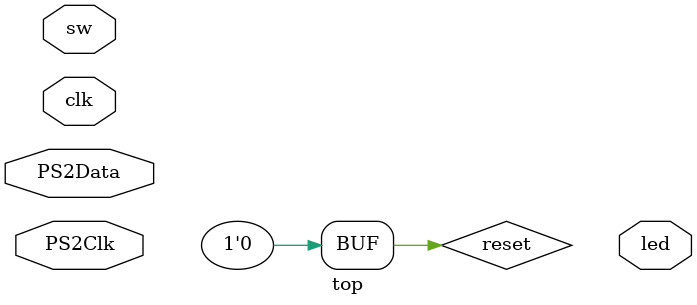
<source format=v>
`timescale 1ns / 1ps


module top(
    input              clk,
    input              PS2Data,
    input              PS2Clk,
    input  wire [15:0] sw, 
    output wire [15:0] led
);

    reg         CLK50MHZ=0;
    wire        reset=0; 
    wire [15:0] boletas;  // Cuenta de boletas
    wire [15:0] keycode;  // Codigo de tecla presionada (16bits)
    wire        flag;
    wire        key_new_code;  // Código de tecla para máquina (4bits)
    
    
    always @(posedge(clk))begin
        CLK50MHZ<=~CLK50MHZ;
    end
    
    PS2Receiver uut (
        .clk(CLK50MHZ),
        .kclk(PS2Clk),
        .kdata(PS2Data),
        .keycode(keycode),
        .oflag(flag)
    );
    
    key_translate C1(
        .keycode(keycode),
//        .rescode(led)
        .rescode(key_new_code)
    );
    
    config_machine M2(
        .sw(sw),
        .clk(clk),
        .keycode(key_new_code),
        .boletas(boletas),
        .id(),
        .add_coin(),
        .add_prod(),
        .em_boletas(boletas)
    );
    
    count_1 bol(
        .clk_in(),
        .reset(reset),
        .count_out(boletas)
    );
                    
//    assign led = keycode;
endmodule

</source>
